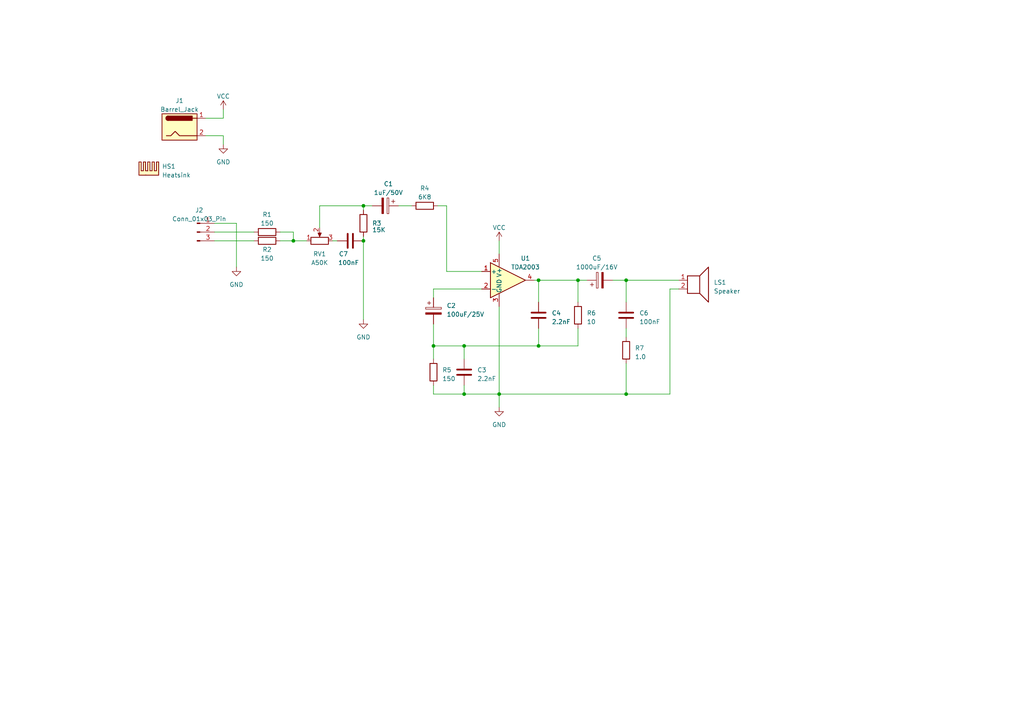
<source format=kicad_sch>
(kicad_sch (version 20230121) (generator eeschema)
  (paper "A4")
  (title_block (title "STEREO TO MONO 10W 12V TDA2003 AMPLIFIER") (date "2023-03-19") (rev "0.1"))
  (lib_symbols
    (symbol "Amplifier_Audio:TDA2003" (pin_names (offset 0.127))
      (property "Reference" "U" (at 3.81 6.35 0))
      (property "Value" "TDA2003" (at 3.81 3.81 0))
      (symbol "TDA2003_0_1"
        (polyline (pts (xy -5.08 5.08) (xy 5.08 0) (xy -5.08 -5.08) (xy -5.08 5.08)) (stroke (width 0.254)) (fill (type background)))
      )
      (symbol "TDA2003_1_1"
        (pin input line (at -7.62 2.54 0) (length 2.54) (name "+") (number "1"))
        (pin input line (at -7.62 -2.54 0) (length 2.54) (name "-") (number "2"))
        (pin power_in line (at -2.54 -7.62 90) (length 3.81) (name "GND") (number "3"))
        (pin output line (at 7.62 0 180) (length 2.54) (name "~") (number "4"))
        (pin power_in line (at -2.54 7.62 270) (length 3.81) (name "V+") (number "5"))
      )
    )
    (symbol "Connector:Barrel_Jack" (pin_names (offset 1.016))
      (property "Reference" "J" (at 0 5.334 0))
      (property "Value" "Barrel_Jack" (at 0 -5.08 0))
      (symbol "Barrel_Jack_0_1"
        (rectangle (start -5.08 3.81) (end 5.08 -3.81) (stroke (width 0.254)) (fill (type background)))
        (arc (start -3.302 3.175) (mid -3.9343 2.54) (end -3.302 1.905) (stroke (width 0.254)))
        (arc (start -3.302 3.175) (mid -3.9343 2.54) (end -3.302 1.905) (stroke (width 0.254)) (fill (type outline)))
        (polyline (pts (xy 5.08 2.54) (xy 3.81 2.54)) (stroke (width 0.254)))
        (polyline (pts (xy -3.81 -2.54) (xy -2.54 -2.54) (xy -1.27 -1.27) (xy 0 -2.54) (xy 2.54 -2.54) (xy 5.08 -2.54)) (stroke (width 0.254)))
        (rectangle (start 3.683 3.175) (end -3.302 1.905) (stroke (width 0.254)) (fill (type outline)))
      )
      (symbol "Barrel_Jack_1_1"
        (pin passive line (at 7.62 2.54 180) (length 2.54) (name "~") (number "1"))
        (pin passive line (at 7.62 -2.54 180) (length 2.54) (name "~") (number "2"))
      )
    )
    (symbol "Connector:Conn_01x03_Pin" (pin_names (offset 1.016) hide)
      (property "Reference" "J" (at 0 5.08 0))
      (property "Value" "Conn_01x03_Pin" (at 0 -5.08 0))
      (symbol "Conn_01x03_Pin_1_1"
        (polyline (pts (xy 1.27 -2.54) (xy 0.8636 -2.54)) (stroke (width 0.1524)))
        (polyline (pts (xy 1.27 0) (xy 0.8636 0)) (stroke (width 0.1524)))
        (polyline (pts (xy 1.27 2.54) (xy 0.8636 2.54)) (stroke (width 0.1524)))
        (rectangle (start 0.8636 -2.413) (end 0 -2.667) (stroke (width 0.1524)) (fill (type outline)))
        (rectangle (start 0.8636 0.127) (end 0 -0.127) (stroke (width 0.1524)) (fill (type outline)))
        (rectangle (start 0.8636 2.667) (end 0 2.413) (stroke (width 0.1524)) (fill (type outline)))
        (pin passive line (at 5.08 2.54 180) (length 3.81) (name "Pin_1") (number "1"))
        (pin passive line (at 5.08 0 180) (length 3.81) (name "Pin_2") (number "2"))
        (pin passive line (at 5.08 -2.54 180) (length 3.81) (name "Pin_3") (number "3"))
      )
    )
    (symbol "Device:C" (pin_numbers hide) (pin_names (offset 0.254))
      (property "Reference" "C" (at 0.635 2.54 0))
      (property "Value" "C" (at 0.635 -2.54 0))
      (symbol "C_0_1"
        (polyline (pts (xy -2.032 -0.762) (xy 2.032 -0.762)) (stroke (width 0.508)))
        (polyline (pts (xy -2.032 0.762) (xy 2.032 0.762)) (stroke (width 0.508)))
      )
      (symbol "C_1_1"
        (pin passive line (at 0 3.81 270) (length 2.794) (name "~") (number "1"))
        (pin passive line (at 0 -3.81 90) (length 2.794) (name "~") (number "2"))
      )
    )
    (symbol "Device:C_Polarized" (pin_numbers hide) (pin_names (offset 0.254))
      (property "Reference" "C" (at 0.635 2.54 0))
      (property "Value" "C_Polarized" (at 0.635 -2.54 0))
      (symbol "C_Polarized_0_1"
        (rectangle (start -2.286 0.508) (end 2.286 1.016))
        (polyline (pts (xy -1.778 2.286) (xy -0.762 2.286)))
        (polyline (pts (xy -1.27 2.794) (xy -1.27 1.778)))
        (rectangle (start 2.286 -0.508) (end -2.286 -1.016) (fill (type outline)))
      )
      (symbol "C_Polarized_1_1"
        (pin passive line (at 0 3.81 270) (length 2.794) (name "~") (number "1"))
        (pin passive line (at 0 -3.81 90) (length 2.794) (name "~") (number "2"))
      )
    )
    (symbol "Device:R" (pin_numbers hide) (pin_names (offset 0))
      (property "Reference" "R" (at 2.032 0 90))
      (property "Value" "R" (at 0 0 90))
      (symbol "R_0_1"
        (rectangle (start -1.016 -2.54) (end 1.016 2.54) (stroke (width 0.254)))
      )
      (symbol "R_1_1"
        (pin passive line (at 0 3.81 270) (length 1.27) (name "~") (number "1"))
        (pin passive line (at 0 -3.81 90) (length 1.27) (name "~") (number "2"))
      )
    )
    (symbol "Device:R_Potentiometer" (pin_names (offset 1.016) hide)
      (property "Reference" "RV" (at -4.445 0 90))
      (property "Value" "R_Potentiometer" (at -2.54 0 90))
      (symbol "R_Potentiometer_0_1"
        (polyline (pts (xy 2.54 0) (xy 1.524 0)))
        (polyline (pts (xy 1.143 0) (xy 2.286 0.508) (xy 2.286 -0.508) (xy 1.143 0)) (fill (type outline)))
        (rectangle (start 1.016 2.54) (end -1.016 -2.54) (stroke (width 0.254)))
      )
      (symbol "R_Potentiometer_1_1"
        (pin passive line (at 0 3.81 270) (length 1.27) (name "1") (number "1"))
        (pin passive line (at 3.81 0 180) (length 1.27) (name "2") (number "2"))
        (pin passive line (at 0 -3.81 90) (length 1.27) (name "3") (number "3"))
      )
    )
    (symbol "Device:Speaker" (pin_names (offset 0) hide)
      (property "Reference" "LS" (at 1.27 5.715 0))
      (property "Value" "Speaker" (at 1.27 3.81 0))
      (symbol "Speaker_0_0"
        (rectangle (start -2.54 1.27) (end 1.016 -3.81) (stroke (width 0.254)))
        (polyline (pts (xy 1.016 1.27) (xy 3.556 3.81) (xy 3.556 -6.35) (xy 1.016 -3.81)) (stroke (width 0.254)))
      )
      (symbol "Speaker_1_1"
        (pin input line (at -5.08 0 0) (length 2.54) (name "1") (number "1"))
        (pin input line (at -5.08 -2.54 0) (length 2.54) (name "2") (number "2"))
      )
    )
    (symbol "Mechanical:Heatsink" (pin_names (offset 1.016))
      (property "Reference" "HS" (at 0 5.08 0))
      (property "Value" "Heatsink" (at 0 -1.27 0))
      (symbol "Heatsink_0_1"
        (polyline (pts (xy -0.3302 1.27) (xy -0.9652 1.27) (xy -0.9652 3.81) (xy -1.6002 3.81) (xy -1.6002 1.27) (xy -2.2352 1.27) (xy -2.2352 3.81) (xy -2.8702 3.81) (xy -2.8702 0) (xy -0.9652 0)) (stroke (width 0.254)) (fill (type background)))
        (polyline (pts (xy -0.3302 1.27) (xy -0.3302 3.81) (xy 0.3048 3.81) (xy 0.3048 1.27) (xy 0.9398 1.27) (xy 0.9398 3.81) (xy 1.5748 3.81) (xy 1.5748 1.27) (xy 2.2098 1.27) (xy 2.2098 3.81) (xy 2.8448 3.81) (xy 2.8448 0) (xy -0.9652 0)) (stroke (width 0.254)) (fill (type background)))
      )
    )
    (symbol "power:GND" (power) (pin_names (offset 0))
      (property "Value" "GND" (at 0 -3.81 0))
      (symbol "GND_0_1"
        (polyline (pts (xy 0 0) (xy 0 -1.27) (xy 1.27 -1.27) (xy 0 -2.54) (xy -1.27 -1.27) (xy 0 -1.27)))
      )
      (symbol "GND_1_1"
        (pin power_in line (at 0 0 270) (length 0) hide (name "GND") (number "1"))
      )
    )
    (symbol "power:VCC" (power) (pin_names (offset 0))
      (property "Value" "VCC" (at 0 3.81 0))
      (symbol "VCC_0_1"
        (polyline (pts (xy -0.762 1.27) (xy 0 2.54)))
        (polyline (pts (xy 0 0) (xy 0 2.54)))
        (polyline (pts (xy 0 2.54) (xy 0.762 1.27)))
      )
      (symbol "VCC_1_1"
        (pin power_in line (at 0 0 90) (length 0) hide (name "VCC") (number "1"))
      )
    )
  )
  (junction (at 144.78 114.3))
  (junction (at 105.41 59.69))
  (junction (at 181.61 114.3))
  (junction (at 85.09 69.85))
  (junction (at 156.21 100.33))
  (junction (at 167.64 81.28))
  (junction (at 134.62 114.3))
  (junction (at 156.21 81.28))
  (junction (at 181.61 81.28))
  (junction (at 134.62 100.33))
  (junction (at 125.73 100.33))
  (junction (at 105.41 69.85))
  (wire (pts (xy 105.41 59.69) (xy 105.41 60.96)))
  (wire (pts (xy 129.54 59.69) (xy 129.54 78.74)))
  (wire (pts (xy 64.77 39.37) (xy 64.77 41.91)))
  (wire (pts (xy 144.78 114.3) (xy 144.78 118.11)))
  (wire (pts (xy 85.09 67.31) (xy 85.09 69.85)))
  (wire (pts (xy 81.28 69.85) (xy 85.09 69.85)))
  (wire (pts (xy 134.62 111.76) (xy 134.62 114.3)))
  (wire (pts (xy 134.62 100.33) (xy 156.21 100.33)))
  (wire (pts (xy 181.61 95.25) (xy 181.61 97.79)))
  (wire (pts (xy 181.61 81.28) (xy 196.85 81.28)))
  (wire (pts (xy 181.61 105.41) (xy 181.61 114.3)))
  (wire (pts (xy 144.78 114.3) (xy 181.61 114.3)))
  (wire (pts (xy 134.62 100.33) (xy 134.62 104.14)))
  (wire (pts (xy 144.78 88.9) (xy 144.78 114.3)))
  (wire (pts (xy 125.73 83.82) (xy 125.73 86.36)))
  (wire (pts (xy 134.62 114.3) (xy 144.78 114.3)))
  (wire (pts (xy 125.73 100.33) (xy 125.73 93.98)))
  (wire (pts (xy 154.94 81.28) (xy 156.21 81.28)))
  (wire (pts (xy 115.57 59.69) (xy 119.38 59.69)))
  (wire (pts (xy 144.78 69.85) (xy 144.78 73.66)))
  (wire (pts (xy 97.79 69.85) (xy 96.52 69.85)))
  (wire (pts (xy 92.71 59.69) (xy 92.71 66.04)))
  (wire (pts (xy 92.71 59.69) (xy 105.41 59.69)))
  (wire (pts (xy 59.69 39.37) (xy 64.77 39.37)))
  (wire (pts (xy 105.41 69.85) (xy 105.41 92.71)))
  (wire (pts (xy 125.73 104.14) (xy 125.73 100.33)))
  (wire (pts (xy 68.58 64.77) (xy 68.58 77.47)))
  (wire (pts (xy 62.23 69.85) (xy 73.66 69.85)))
  (wire (pts (xy 125.73 83.82) (xy 139.7 83.82)))
  (wire (pts (xy 167.64 81.28) (xy 170.18 81.28)))
  (wire (pts (xy 125.73 111.76) (xy 125.73 114.3)))
  (wire (pts (xy 167.64 95.25) (xy 167.64 100.33)))
  (wire (pts (xy 194.31 114.3) (xy 181.61 114.3)))
  (wire (pts (xy 196.85 83.82) (xy 194.31 83.82)))
  (wire (pts (xy 167.64 100.33) (xy 156.21 100.33)))
  (wire (pts (xy 194.31 83.82) (xy 194.31 114.3)))
  (wire (pts (xy 64.77 34.29) (xy 64.77 31.75)))
  (wire (pts (xy 125.73 114.3) (xy 134.62 114.3)))
  (wire (pts (xy 62.23 67.31) (xy 73.66 67.31)))
  (wire (pts (xy 181.61 81.28) (xy 181.61 87.63)))
  (wire (pts (xy 156.21 81.28) (xy 167.64 81.28)))
  (wire (pts (xy 105.41 68.58) (xy 105.41 69.85)))
  (wire (pts (xy 105.41 59.69) (xy 107.95 59.69)))
  (wire (pts (xy 62.23 64.77) (xy 68.58 64.77)))
  (wire (pts (xy 167.64 81.28) (xy 167.64 87.63)))
  (wire (pts (xy 156.21 95.25) (xy 156.21 100.33)))
  (wire (pts (xy 59.69 34.29) (xy 64.77 34.29)))
  (wire (pts (xy 85.09 69.85) (xy 88.9 69.85)))
  (wire (pts (xy 129.54 78.74) (xy 139.7 78.74)))
  (wire (pts (xy 81.28 67.31) (xy 85.09 67.31)))
  (wire (pts (xy 156.21 81.28) (xy 156.21 87.63)))
  (wire (pts (xy 127 59.69) (xy 129.54 59.69)))
  (wire (pts (xy 177.8 81.28) (xy 181.61 81.28)))
  (wire (pts (xy 125.73 100.33) (xy 134.62 100.33)))
  (symbol (lib_id "power:GND") (at 68.58 77.47 0) (unit 1)
    (property "Reference" "#PWR03" (effects hide))
    (property "Value" "GND" (at 68.58 82.55 0))
  )
  (symbol (lib_id "Connector:Conn_01x03_Pin") (at 57.15 67.31 0) (unit 1)
    (property "Reference" "J2" (at 57.785 60.96 0))
    (property "Value" "Conn_01x03_Pin" (at 57.785 63.5 0))
    (property "Footprint" "Connector_PinHeader_2.54mm:PinHeader_1x03_P2.54mm_Vertical" (effects hide))
  )
  (symbol (lib_id "Device:C_Polarized") (at 125.73 90.17 0) (unit 1)
    (property "Reference" "C2" (at 129.54 88.646 0) (effects (justify left)))
    (property "Value" "100uF/25V" (at 129.54 91.186 0) (effects (justify left)))
    (property "Footprint" "Capacitor_THT:CP_Radial_D6.3mm_P2.50mm" (effects hide))
  )
  (symbol (lib_id "Device:R") (at 167.64 91.44 0) (unit 1)
    (property "Reference" "R6" (at 170.18 90.805 0) (effects (justify left)))
    (property "Value" "10" (at 170.18 93.345 0) (effects (justify left)))
    (property "Footprint" "Resistor_THT:R_Axial_DIN0207_L6.3mm_D2.5mm_P7.62mm_Horizontal" (effects hide))
  )
  (symbol (lib_id "Device:R") (at 123.19 59.69 90) (unit 1)
    (property "Reference" "R4" (at 123.19 54.61 90))
    (property "Value" "6K8" (at 123.19 57.15 90))
    (property "Footprint" "Resistor_THT:R_Axial_DIN0207_L6.3mm_D2.5mm_P7.62mm_Horizontal" (effects hide))
  )
  (symbol (lib_id "power:GND") (at 105.41 92.71 0) (unit 1)
    (property "Reference" "#PWR04" (effects hide))
    (property "Value" "GND" (at 105.41 97.79 0))
  )
  (symbol (lib_id "Device:C") (at 181.61 91.44 0) (unit 1)
    (property "Reference" "C6" (at 185.42 90.805 0) (effects (justify left)))
    (property "Value" "100nF" (at 185.42 93.345 0) (effects (justify left)))
    (property "Footprint" "Capacitor_THT:C_Disc_D7.5mm_W2.5mm_P5.00mm" (effects hide))
  )
  (symbol (lib_id "Device:C") (at 156.21 91.44 0) (unit 1)
    (property "Reference" "C4" (at 160.02 90.805 0) (effects (justify left)))
    (property "Value" "2.2nF" (at 160.02 93.345 0) (effects (justify left)))
    (property "Footprint" "Capacitor_THT:C_Disc_D5.0mm_W2.5mm_P5.00mm" (effects hide))
  )
  (symbol (lib_id "Device:C") (at 134.62 107.95 0) (unit 1)
    (property "Reference" "C3" (at 138.43 107.315 0) (effects (justify left)))
    (property "Value" "2.2nF" (at 138.43 109.855 0) (effects (justify left)))
    (property "Footprint" "Capacitor_THT:C_Disc_D5.0mm_W2.5mm_P5.00mm" (effects hide))
  )
  (symbol (lib_id "Device:C") (at 101.6 69.85 90) (mirror x) (unit 1)
    (property "Reference" "C7" (at 100.965 73.66 90) (effects (justify left)))
    (property "Value" "100nF" (at 104.14 76.2 90) (effects (justify left)))
    (property "Footprint" "Capacitor_THT:C_Disc_D7.5mm_W2.5mm_P5.00mm" (effects hide))
  )
  (symbol (lib_id "Device:Speaker") (at 201.93 81.28 0) (unit 1)
    (property "Reference" "LS1" (at 207.01 81.915 0) (effects (justify left)))
    (property "Value" "Speaker" (at 207.01 84.455 0) (effects (justify left)))
    (property "Footprint" "TerminalBlock:TerminalBlock_bornier-2_P5.08mm" (effects hide))
  )
  (symbol (lib_id "Device:R") (at 181.61 101.6 0) (unit 1)
    (property "Reference" "R7" (at 184.15 100.965 0) (effects (justify left)))
    (property "Value" "1.0" (at 184.15 103.505 0) (effects (justify left)))
    (property "Footprint" "Resistor_THT:R_Axial_DIN0207_L6.3mm_D2.5mm_P7.62mm_Horizontal" (effects hide))
  )
  (symbol (lib_id "Device:R") (at 105.41 64.77 0) (unit 1)
    (property "Reference" "R3" (at 107.95 64.77 0) (effects (justify left)))
    (property "Value" "15K" (at 107.95 66.675 0) (effects (justify left)))
    (property "Footprint" "Resistor_THT:R_Axial_DIN0207_L6.3mm_D2.5mm_P7.62mm_Horizontal" (effects hide))
  )
  (symbol (lib_id "Device:C_Polarized") (at 173.99 81.28 90) (unit 1)
    (property "Reference" "C5" (at 173.101 74.93 90))
    (property "Value" "1000uF/16V" (at 173.101 77.47 90))
    (property "Footprint" "Capacitor_THT:CP_Radial_D12.5mm_P5.00mm" (effects hide))
  )
  (symbol (lib_id "power:VCC") (at 144.78 69.85 0) (unit 1)
    (property "Reference" "#PWR05" (effects hide))
    (property "Value" "VCC" (at 144.78 66.04 0))
  )
  (symbol (lib_id "power:GND") (at 64.77 41.91 0) (unit 1)
    (property "Reference" "#PWR02" (effects hide))
    (property "Value" "GND" (at 64.77 46.99 0))
  )
  (symbol (lib_id "Device:C_Polarized") (at 111.76 59.69 270) (unit 1)
    (property "Reference" "C1" (at 112.649 53.34 90))
    (property "Value" "1uF/50V" (at 112.649 55.88 90))
    (property "Footprint" "Capacitor_THT:CP_Radial_D5.0mm_P2.50mm" (effects hide))
  )
  (symbol (lib_id "Amplifier_Audio:TDA2003") (at 147.32 81.28 0) (unit 1)
    (property "Reference" "U1" (at 152.4 74.93 0))
    (property "Value" "TDA2003" (at 152.4 77.47 0))
    (property "Footprint" "Package_TO_SOT_THT:TO-220-5_P3.4x3.7mm_StaggerOdd_Lead3.8mm_Vertical" (effects hide))
    (property "Datasheet" "http://www.st.com/resource/en/datasheet/cd00000123.pdf" (effects hide))
  )
  (symbol (lib_id "power:VCC") (at 64.77 31.75 0) (unit 1)
    (property "Reference" "#PWR01" (effects hide))
    (property "Value" "VCC" (at 64.77 27.94 0))
  )
  (symbol (lib_id "Device:R") (at 77.47 67.31 90) (unit 1)
    (property "Reference" "R1" (at 77.47 62.23 90))
    (property "Value" "150" (at 77.47 64.77 90))
    (property "Footprint" "Resistor_THT:R_Axial_DIN0207_L6.3mm_D2.5mm_P7.62mm_Horizontal" (effects hide))
  )
  (symbol (lib_id "Device:R") (at 77.47 69.85 90) (unit 1)
    (property "Reference" "R2" (at 77.47 72.39 90))
    (property "Value" "150" (at 77.47 74.93 90))
    (property "Footprint" "Resistor_THT:R_Axial_DIN0207_L6.3mm_D2.5mm_P7.62mm_Horizontal" (effects hide))
  )
  (symbol (lib_id "Device:R") (at 125.73 107.95 0) (unit 1)
    (property "Reference" "R5" (at 128.27 107.315 0) (effects (justify left)))
    (property "Value" "150" (at 128.27 109.855 0) (effects (justify left)))
    (property "Footprint" "Resistor_THT:R_Axial_DIN0207_L6.3mm_D2.5mm_P7.62mm_Horizontal" (effects hide))
  )
  (symbol (lib_id "power:GND") (at 144.78 118.11 0) (unit 1)
    (property "Reference" "#PWR06" (effects hide))
    (property "Value" "GND" (at 144.78 123.19 0))
  )
  (symbol (lib_id "Device:R_Potentiometer") (at 92.71 69.85 90) (unit 1)
    (property "Reference" "RV1" (at 92.71 73.66 90))
    (property "Value" "A50K" (at 92.71 76.2 90))
    (property "Footprint" "Potentiometer_THT:Potentiometer_Alps_RK163_Single_Horizontal" (effects hide))
  )
  (symbol (lib_id "Mechanical:Heatsink") (at 43.18 50.8 0) (unit 1)
    (property "Reference" "HS1" (at 46.99 48.26 0) (effects (justify left)))
    (property "Value" "Heatsink" (at 46.99 50.8 0) (effects (justify left)))
    (property "Footprint" "Heatsink:Heatsink_Stonecold_HS-132_32x14mm_2xFixation1.5mm" (effects hide))
  )
  (symbol (lib_id "Connector:Barrel_Jack") (at 52.07 36.83 0) (unit 1)
    (property "Reference" "J1" (at 52.07 29.21 0))
    (property "Value" "Barrel_Jack" (at 52.07 31.75 0))
    (property "Footprint" "Connector_BarrelJack:BarrelJack_Horizontal" (effects hide))
  )
)
</source>
